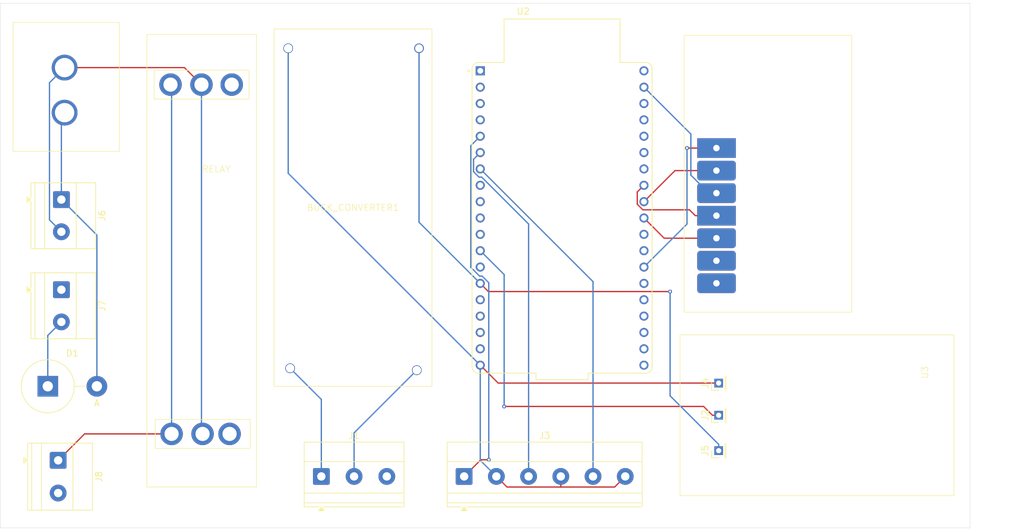
<source format=kicad_pcb>
(kicad_pcb (version 20241229) (generator "pcbnew") (generator_version "9.0")
  (layers (0 "F.Cu" signal) (2 "B.Cu" signal) (13 "F.Paste" user) (15 "B.Paste" user) (5 "F.SilkS" user "F.Silkscreen") (7 "B.SilkS" user "B.Silkscreen") (1 "F.Mask" user) (3 "B.Mask" user) (25 "Edge.Cuts" user))
  (net 0 "")
  (net 1 "Net-(BUCK_CONVERTER1-OUT+)")
  (net 2 "Net-(BUCK_CONVERTER1-OUT-)")
  (net 3 "Net-(J3-Pin_5)")
  (net 4 "Net-(J3-Pin_3)")
  (net 5 "Net-(J3-Pin_1)")
  (net 9 "Net-(U2-IO18)")
  (net 14 "Net-(U2-IO4)")
  (net 21 "Net-(U2-IO5)")
  (net 25 "Net-(U2-IO19)")
  (net 32 "Net-(U2-IO23)")
  (net 39 "+24V")
  (net 40 "GND")
  (net 41 "Net-(J2-Pin_1)")
  (net 42 "Net-(D1-A)")
  (net 43 "Net-(D1-K)")
  (net 44 "Net-(J6-Pin_2)")
  (net 46 "Net-(J8-Pin_1)")
  (net 47 "Net-(U1-IN)")
  (footprint "TerminalBlock_Phoenix:TerminalBlock_Phoenix_MKDS-1,5-6_1x06_P5.00mm_Horizontal" (layer "F.Cu") (at 121.5 113)
    (property "Reference" "J3" (at 12.5 -6.32 0) (layer "F.SilkS"))
    (property "Value" "Conn_01x06_Pin")
    (fp_line (start -2.62 -5.32) (end -2.62 4.72) (stroke (width 0.12)) (layer "F.SilkS"))
    (fp_line (start -2.62 -5.32) (end 27.62 -5.32) (stroke (width 0.12)) (layer "F.SilkS"))
    (fp_line (start -2.62 -2.3) (end 27.62 -2.3) (stroke (width 0.12)) (layer "F.SilkS"))
    (fp_line (start -2.62 2.6) (end 27.62 2.6) (stroke (width 0.12)) (layer "F.SilkS"))
    (fp_line (start -2.62 4.1) (end 27.62 4.1) (stroke (width 0.12)) (layer "F.SilkS"))
    (fp_line (start -2.62 4.72) (end -0.3 4.72) (stroke (width 0.12)) (layer "F.SilkS"))
    (fp_line (start 0.3 4.72) (end 27.62 4.72) (stroke (width 0.12)) (layer "F.SilkS"))
    (fp_line (start 27.62 -5.32) (end 27.62 4.72) (stroke (width 0.12)) (layer "F.SilkS"))
    (fp_poly (pts (xy 0 4.72) (xy 0.44 5.33) (xy -0.44 5.33)) (stroke (width 0.12)) (fill yes) (layer "F.SilkS"))
    (pad "1" thru_hole roundrect (at 0 0) (size 2.6 2.6) (drill 1.3) (layers "*.Cu" "*.Mask") (roundrect_rratio 0.096154) (net 5 "Net-(J3-Pin_1)"))
    (pad "2" thru_hole circle (at 5 0) (size 2.6 2.6) (drill 1.3) (layers "*.Cu" "*.Mask") (net 1 "Net-(BUCK_CONVERTER1-OUT+)"))
    (pad "3" thru_hole circle (at 10 0) (size 2.6 2.6) (drill 1.3) (layers "*.Cu" "*.Mask") (net 4 "Net-(J3-Pin_3)"))
    (pad "4" thru_hole circle (at 15 0) (size 2.6 2.6) (drill 1.3) (layers "*.Cu" "*.Mask") (net 1 "Net-(BUCK_CONVERTER1-OUT+)"))
    (pad "5" thru_hole circle (at 20 0) (size 2.6 2.6) (drill 1.3) (layers "*.Cu" "*.Mask") (net 3 "Net-(J3-Pin_5)"))
    (pad "6" thru_hole circle (at 25 0) (size 2.6 2.6) (drill 1.3) (layers "*.Cu" "*.Mask") (net 1 "Net-(BUCK_CONVERTER1-OUT+)"))
  )
  (footprint "Connector_PinHeader_2.00mm:PinHeader_1x01_P2.00mm_Vertical" (layer "F.Cu") (at 161 98.5 90)
    (property "Reference" "J4" (at 0 -2.11 90) (layer "F.SilkS"))
    (property "Value" "Conn_01x01_Pin" (hide yes))
    (fp_line (start -1.11 -1.11) (end 0 -1.11) (stroke (width 0.12)) (layer "F.SilkS"))
    (fp_line (start -1.11 0) (end -1.11 -1.11) (stroke (width 0.12)) (layer "F.SilkS"))
    (fp_line (start 1.11 1) (end 1.11 1.11) (stroke (width 0.12)) (layer "F.SilkS"))
    (fp_line (start -1.11 1) (end 1.11 1) (stroke (width 0.12)) (layer "F.SilkS"))
    (fp_line (start -1.11 1) (end -1.11 1.11) (stroke (width 0.12)) (layer "F.SilkS"))
    (fp_line (start -1.11 1.11) (end 1.11 1.11) (stroke (width 0.12)) (layer "F.SilkS"))
    (pad "1" thru_hole rect (at 0 0 90) (size 1.35 1.35) (drill 0.8) (layers "*.Cu" "*.Mask") (net 1 "Net-(BUCK_CONVERTER1-OUT+)"))
  )
  (footprint "TerminalBlock_Phoenix:TerminalBlock_Phoenix_MKDS-1,5-3-5.08_1x03_P5.08mm_Horizontal" (layer "F.Cu") (at 99.34 113)
    (property "Reference" "J1" (at 5.08 -6.32 0) (layer "F.SilkS"))
    (property "Value" "POWER INPUT")
    (fp_line (start -2.66 -5.32) (end -2.66 4.72) (stroke (width 0.12)) (layer "F.SilkS"))
    (fp_line (start -2.66 -5.32) (end 12.82 -5.32) (stroke (width 0.12)) (layer "F.SilkS"))
    (fp_line (start -2.66 -2.3) (end 12.82 -2.3) (stroke (width 0.12)) (layer "F.SilkS"))
    (fp_line (start -2.66 2.6) (end 12.82 2.6) (stroke (width 0.12)) (layer "F.SilkS"))
    (fp_line (start -2.66 4.1) (end 12.82 4.1) (stroke (width 0.12)) (layer "F.SilkS"))
    (fp_line (start -2.66 4.72) (end -0.3 4.72) (stroke (width 0.12)) (layer "F.SilkS"))
    (fp_line (start 0.3 4.72) (end 12.82 4.72) (stroke (width 0.12)) (layer "F.SilkS"))
    (fp_line (start 12.82 -5.32) (end 12.82 4.72) (stroke (width 0.12)) (layer "F.SilkS"))
    (fp_poly (pts (xy 0 4.72) (xy 0.44 5.33) (xy -0.44 5.33)) (stroke (width 0.12)) (fill yes) (layer "F.SilkS"))
    (pad "1" thru_hole roundrect (at 0 0) (size 2.6 2.6) (drill 1.3) (layers "*.Cu" "*.Mask") (roundrect_rratio 0.096154) (net 39 "+24V"))
    (pad "2" thru_hole circle (at 5.08 0) (size 2.6 2.6) (drill 1.3) (layers "*.Cu" "*.Mask") (net 40 "GND"))
    (pad "3" thru_hole circle (at 10.16 0) (size 2.6 2.6) (drill 1.3) (layers "*.Cu" "*.Mask"))
  )
  (footprint "USER PROJECTS:MODULE_ESP32-DEVKITC-32E" (layer "F.Cu") (at 136.7 72.835)
    (property "Reference" "U2" (at -6.0325 -32.0675 0) (layer "F.SilkS"))
    (property "Value" "ESP32-DEVKITC-32E")
    (fp_line (start -13.97 23.13) (end -13.97 -23.13) (stroke (width 0.127)) (layer "F.SilkS"))
    (fp_line (start -12.97 -24.13) (end -9 -24.13) (stroke (width 0.127)) (layer "F.SilkS"))
    (fp_line (start -12.97 24.13) (end -4.05 24.13) (stroke (width 0.127)) (layer "F.SilkS"))
    (fp_line (start -9 -30.87) (end 9 -30.87) (stroke (width 0.127)) (layer "F.SilkS"))
    (fp_line (start -9 -24.13) (end -9 -30.87) (stroke (width 0.127)) (layer "F.SilkS"))
    (fp_line (start -4.05 24.13) (end -4.05 25.13) (stroke (width 0.127)) (layer "F.SilkS"))
    (fp_line (start -4.05 25.13) (end 4.05 25.13) (stroke (width 0.127)) (layer "F.SilkS"))
    (fp_line (start 4.05 24.13) (end 12.97 24.13) (stroke (width 0.127)) (layer "F.SilkS"))
    (fp_line (start 4.05 25.13) (end 4.05 24.13) (stroke (width 0.127)) (layer "F.SilkS"))
    (fp_line (start 9 -30.87) (end 9 -24.13) (stroke (width 0.127)) (layer "F.SilkS"))
    (fp_line (start 9 -24.13) (end 12.97 -24.13) (stroke (width 0.127)) (layer "F.SilkS"))
    (fp_line (start 13.97 23.13) (end 13.97 -23.13) (stroke (width 0.127)) (layer "F.SilkS"))
    (fp_arc (start -13.97 -23.13) (mid -13.677107 -23.837107) (end -12.97 -24.13) (stroke (width 0.127)) (layer "F.SilkS"))
    (fp_arc (start -12.97 24.13) (mid -13.677107 23.837107) (end -13.97 23.13) (stroke (width 0.127)) (layer "F.SilkS"))
    (fp_arc (start 12.97 -24.13) (mid 13.677107 -23.837107) (end 13.97 -23.13) (stroke (width 0.127)) (layer "F.SilkS"))
    (fp_arc (start 13.97 23.13) (mid 13.677107 23.837107) (end 12.97 24.13) (stroke (width 0.127)) (layer "F.SilkS"))
    (fp_circle (center -14.5 -22.835) (end -14.4 -22.835) (stroke (width 0.2)) (fill no) (layer "F.SilkS"))
    (pad "J2_1" thru_hole rect (at -12.7 -22.835) (size 1.408 1.408) (drill 0.9) (layers "*.Cu" "*.Mask"))
    (pad "J2_2" thru_hole circle (at -12.7 -20.295) (size 1.408 1.408) (drill 0.9) (layers "*.Cu" "*.Mask"))
    (pad "J2_3" thru_hole circle (at -12.7 -17.755) (size 1.408 1.408) (drill 0.9) (layers "*.Cu" "*.Mask"))
    (pad "J2_4" thru_hole circle (at -12.7 -15.215) (size 1.408 1.408) (drill 0.9) (layers "*.Cu" "*.Mask"))
    (pad "J2_5" thru_hole circle (at -12.7 -12.675) (size 1.408 1.408) (drill 0.9) (layers "*.Cu" "*.Mask") (net 5 "Net-(J3-Pin_1)"))
    (pad "J2_6" thru_hole circle (at -12.7 -10.135) (size 1.408 1.408) (drill 0.9) (layers "*.Cu" "*.Mask") (net 4 "Net-(J3-Pin_3)"))
    (pad "J2_7" thru_hole circle (at -12.7 -7.595) (size 1.408 1.408) (drill 0.9) (layers "*.Cu" "*.Mask") (net 3 "Net-(J3-Pin_5)"))
    (pad "J2_8" thru_hole circle (at -12.7 -5.055) (size 1.408 1.408) (drill 0.9) (layers "*.Cu" "*.Mask"))
    (pad "J2_9" thru_hole circle (at -12.7 -2.515) (size 1.408 1.408) (drill 0.9) (layers "*.Cu" "*.Mask"))
    (pad "J2_10" thru_hole circle (at -12.7 0.025) (size 1.408 1.408) (drill 0.9) (layers "*.Cu" "*.Mask"))
    (pad "J2_11" thru_hole circle (at -12.7 2.565) (size 1.408 1.408) (drill 0.9) (layers "*.Cu" "*.Mask"))
    (pad "J2_12" thru_hole circle (at -12.7 5.105) (size 1.408 1.408) (drill 0.9) (layers "*.Cu" "*.Mask") (net 41 "Net-(J2-Pin_1)"))
    (pad "J2_13" thru_hole circle (at -12.7 7.645) (size 1.408 1.408) (drill 0.9) (layers "*.Cu" "*.Mask"))
    (pad "J2_14" thru_hole circle (at -12.7 10.185) (size 1.408 1.408) (drill 0.9) (layers "*.Cu" "*.Mask") (net 2 "Net-(BUCK_CONVERTER1-OUT-)"))
    (pad "J2_15" thru_hole circle (at -12.7 12.725) (size 1.408 1.408) (drill 0.9) (layers "*.Cu" "*.Mask") (net 47 "Net-(U1-IN)"))
    (pad "J2_16" thru_hole circle (at -12.7 15.265) (size 1.408 1.408) (drill 0.9) (layers "*.Cu" "*.Mask"))
    (pad "J2_17" thru_hole circle (at -12.7 17.805) (size 1.408 1.408) (drill 0.9) (layers "*.Cu" "*.Mask"))
    (pad "J2_18" thru_hole circle (at -12.7 20.345) (size 1.408 1.408) (drill 0.9) (layers "*.Cu" "*.Mask"))
    (pad "J2_19" thru_hole circle (at -12.7 22.885) (size 1.408 1.408) (drill 0.9) (layers "*.Cu" "*.Mask") (net 1 "Net-(BUCK_CONVERTER1-OUT+)"))
    (pad "J3_1" thru_hole circle (at 12.7 -22.835) (size 1.408 1.408) (drill 0.9) (layers "*.Cu" "*.Mask"))
    (pad "J3_2" thru_hole circle (at 12.7 -20.295) (size 1.408 1.408) (drill 0.9) (layers "*.Cu" "*.Mask") (net 32 "Net-(U2-IO23)"))
    (pad "J3_3" thru_hole circle (at 12.7 -17.755) (size 1.408 1.408) (drill 0.9) (layers "*.Cu" "*.Mask"))
    (pad "J3_4" thru_hole circle (at 12.7 -15.215) (size 1.408 1.408) (drill 0.9) (layers "*.Cu" "*.Mask"))
    (pad "J3_5" thru_hole circle (at 12.7 -12.675) (size 1.408 1.408) (drill 0.9) (layers "*.Cu" "*.Mask"))
    (pad "J3_6" thru_hole circle (at 12.7 -10.135) (size 1.408 1.408) (drill 0.9) (layers "*.Cu" "*.Mask"))
    (pad "J3_7" thru_hole circle (at 12.7 -7.595) (size 1.408 1.408) (drill 0.9) (layers "*.Cu" "*.Mask"))
    (pad "J3_8" thru_hole circle (at 12.7 -5.055) (size 1.408 1.408) (drill 0.9) (layers "*.Cu" "*.Mask") (net 25 "Net-(U2-IO19)"))
    (pad "J3_9" thru_hole circle (at 12.7 -2.515) (size 1.408 1.408) (drill 0.9) (layers "*.Cu" "*.Mask") (net 9 "Net-(U2-IO18)"))
    (pad "J3_10" thru_hole circle (at 12.7 0.025) (size 1.408 1.408) (drill 0.9) (layers "*.Cu" "*.Mask") (net 21 "Net-(U2-IO5)"))
    (pad "J3_11" thru_hole circle (at 12.7 2.565) (size 1.408 1.408) (drill 0.9) (layers "*.Cu" "*.Mask"))
    (pad "J3_12" thru_hole circle (at 12.7 5.105) (size 1.408 1.408) (drill 0.9) (layers "*.Cu" "*.Mask"))
    (pad "J3_13" thru_hole circle (at 12.7 7.645) (size 1.408 1.408) (drill 0.9) (layers "*.Cu" "*.Mask") (net 14 "Net-(U2-IO4)"))
    (pad "J3_14" thru_hole circle (at 12.7 10.185) (size 1.408 1.408) (drill 0.9) (layers "*.Cu" "*.Mask"))
    (pad "J3_15" thru_hole circle (at 12.7 12.725) (size 1.408 1.408) (drill 0.9) (layers "*.Cu" "*.Mask"))
    (pad "J3_16" thru_hole circle (at 12.7 15.265) (size 1.408 1.408) (drill 0.9) (layers "*.Cu" "*.Mask"))
    (pad "J3_17" thru_hole circle (at 12.7 17.805) (size 1.408 1.408) (drill 0.9) (layers "*.Cu" "*.Mask"))
    (pad "J3_18" thru_hole circle (at 12.7 20.345) (size 1.408 1.408) (drill 0.9) (layers "*.Cu" "*.Mask"))
    (pad "J3_19" thru_hole circle (at 12.7 22.885) (size 1.408 1.408) (drill 0.9) (layers "*.Cu" "*.Mask"))
  )
  (footprint "TerminalBlock_Phoenix:TerminalBlock_Phoenix_MKDS-1,5-2_1x02_P5.00mm_Horizontal" (layer "F.Cu") (at 59 70 -90)
    (property "Reference" "J6" (at 2.5 -6.32 90) (layer "F.SilkS"))
    (property "Value" "Conn_01x02_Pin")
    (fp_line (start -2.62 4.72) (end -0.3 4.72) (stroke (width 0.12)) (layer "F.SilkS"))
    (fp_line (start 0.3 4.72) (end 7.62 4.72) (stroke (width 0.12)) (layer "F.SilkS"))
    (fp_line (start -2.62 4.1) (end 7.62 4.1) (stroke (width 0.12)) (layer "F.SilkS"))
    (fp_line (start -2.62 2.6) (end 7.62 2.6) (stroke (width 0.12)) (layer "F.SilkS"))
    (fp_line (start -2.62 -2.3) (end 7.62 -2.3) (stroke (width 0.12)) (layer "F.SilkS"))
    (fp_line (start -2.62 -5.32) (end -2.62 4.72) (stroke (width 0.12)) (layer "F.SilkS"))
    (fp_line (start -2.62 -5.32) (end 7.62 -5.32) (stroke (width 0.12)) (layer "F.SilkS"))
    (fp_line (start 7.62 -5.32) (end 7.62 4.72) (stroke (width 0.12)) (layer "F.SilkS"))
    (fp_poly (pts (xy 0 4.72) (xy 0.44 5.33) (xy -0.44 5.33)) (stroke (width 0.12)) (fill yes) (layer "F.SilkS"))
    (pad "1" thru_hole roundrect (at 0 0 270) (size 2.6 2.6) (drill 1.3) (layers "*.Cu" "*.Mask") (roundrect_rratio 0.096154) (net 42 "Net-(D1-A)"))
    (pad "2" thru_hole circle (at 5 0 270) (size 2.6 2.6) (drill 1.3) (layers "*.Cu" "*.Mask") (net 44 "Net-(J6-Pin_2)"))
  )
  (footprint "Connector_PinHeader_2.00mm:PinHeader_1x01_P2.00mm_Vertical" (layer "F.Cu") (at 161 109 90)
    (property "Reference" "J5" (at 0 -2.11 90) (layer "F.SilkS"))
    (property "Value" "Conn_01x01_Pin" (hide yes))
    (fp_line (start -1.11 -1.11) (end 0 -1.11) (stroke (width 0.12)) (layer "F.SilkS"))
    (fp_line (start -1.11 0) (end -1.11 -1.11) (stroke (width 0.12)) (layer "F.SilkS"))
    (fp_line (start 1.11 1) (end 1.11 1.11) (stroke (width 0.12)) (layer "F.SilkS"))
    (fp_line (start -1.11 1) (end 1.11 1) (stroke (width 0.12)) (layer "F.SilkS"))
    (fp_line (start -1.11 1) (end -1.11 1.11) (stroke (width 0.12)) (layer "F.SilkS"))
    (fp_line (start -1.11 1.11) (end 1.11 1.11) (stroke (width 0.12)) (layer "F.SilkS"))
    (pad "1" thru_hole rect (at 0 0 90) (size 1.35 1.35) (drill 0.8) (layers "*.Cu" "*.Mask") (net 2 "Net-(BUCK_CONVERTER1-OUT-)"))
  )
  (footprint "TerminalBlock_Phoenix:TerminalBlock_Phoenix_MKDS-1,5-2-5.08_1x02_P5.08mm_Horizontal" (layer "F.Cu") (at 58.5 110.5 -90)
    (property "Reference" "J8" (at 2.54 -6.32 90) (layer "F.SilkS"))
    (property "Value" "+24V")
    (fp_line (start -2.66 4.72) (end -0.3 4.72) (stroke (width 0.12)) (layer "F.SilkS"))
    (fp_line (start 0.3 4.72) (end 7.74 4.72) (stroke (width 0.12)) (layer "F.SilkS"))
    (fp_line (start -2.66 4.1) (end 7.74 4.1) (stroke (width 0.12)) (layer "F.SilkS"))
    (fp_line (start -2.66 2.6) (end 7.74 2.6) (stroke (width 0.12)) (layer "F.SilkS"))
    (fp_line (start -2.66 -2.3) (end 7.74 -2.3) (stroke (width 0.12)) (layer "F.SilkS"))
    (fp_line (start -2.66 -5.32) (end -2.66 4.72) (stroke (width 0.12)) (layer "F.SilkS"))
    (fp_line (start -2.66 -5.32) (end 7.74 -5.32) (stroke (width 0.12)) (layer "F.SilkS"))
    (fp_line (start 7.74 -5.32) (end 7.74 4.72) (stroke (width 0.12)) (layer "F.SilkS"))
    (fp_poly (pts (xy 0 4.72) (xy 0.44 5.33) (xy -0.44 5.33)) (stroke (width 0.12)) (fill yes) (layer "F.SilkS"))
    (pad "1" thru_hole roundrect (at 0 0 270) (size 2.6 2.6) (drill 1.3) (layers "*.Cu" "*.Mask") (roundrect_rratio 0.096154) (net 46 "Net-(J8-Pin_1)"))
    (pad "2" thru_hole circle (at 5.08 0 270) (size 2.6 2.6) (drill 1.3) (layers "*.Cu" "*.Mask"))
  )
  (footprint "Connector_PinHeader_2.00mm:PinHeader_1x01_P2.00mm_Vertical" (layer "F.Cu") (at 161 103.5 90)
    (property "Reference" "J2" (at 0 -2.11 90) (layer "F.SilkS"))
    (property "Value" "Conn_01x01_Pin" (hide yes))
    (fp_line (start -1.11 -1.11) (end 0 -1.11) (stroke (width 0.12)) (layer "F.SilkS"))
    (fp_line (start -1.11 0) (end -1.11 -1.11) (stroke (width 0.12)) (layer "F.SilkS"))
    (fp_line (start 1.11 1) (end 1.11 1.11) (stroke (width 0.12)) (layer "F.SilkS"))
    (fp_line (start -1.11 1) (end 1.11 1) (stroke (width 0.12)) (layer "F.SilkS"))
    (fp_line (start -1.11 1) (end -1.11 1.11) (stroke (width 0.12)) (layer "F.SilkS"))
    (fp_line (start -1.11 1.11) (end 1.11 1.11) (stroke (width 0.12)) (layer "F.SilkS"))
    (pad "1" thru_hole rect (at 0 0 90) (size 1.35 1.35) (drill 0.8) (layers "*.Cu" "*.Mask") (net 41 "Net-(J2-Pin_1)"))
  )
  (footprint "USER PROJECTS:RELAY" (layer "F.Cu") (at 58.934 69.143)
    (property "Reference" "U1" (hide yes))
    (property "Value" "~" (hide yes))
    (fp_rect (start 13.332 -24.786) (end 30.332 45.5) (stroke (width 0.1)) (fill no) (layer "F.SilkS"))
    (fp_rect (start 29.202 -14.755) (end 14.462 -19.245) (stroke (width 0.1)) (fill no) (layer "F.SilkS"))
    (fp_rect (start 29.37 39.5) (end 14.63 35.01) (stroke (width 0.1)) (fill no) (layer "F.SilkS"))
    (fp_text user "RELAY" (at 21.832 -3.286 0) (layer "F.SilkS") (effects (font (thickness 0.1)) (justify left bottom)))
    (pad "1" thru_hole circle (at 17 -17 270) (size 3.48741 3.48741) (drill 2.2) (layers "*.Cu" "*.Mask") (net 46 "Net-(J8-Pin_1)"))
    (pad "1" thru_hole circle (at 17.168 37.255 270) (size 3.48741 3.48741) (drill 2.2) (layers "*.Cu" "*.Mask") (net 46 "Net-(J8-Pin_1)"))
    (pad "2" thru_hole circle (at 21.8064 -17 270) (size 3.48741 3.48741) (drill 2.2) (layers "*.Cu" "*.Mask") (net 44 "Net-(J6-Pin_2)"))
    (pad "2" thru_hole circle (at 21.9744 37.255 270) (size 3.48741 3.48741) (drill 2.2) (layers "*.Cu" "*.Mask") (net 44 "Net-(J6-Pin_2)"))
    (pad "3" thru_hole circle (at 26.168 37.255 270) (size 3.48741 3.48741) (drill 2.2) (layers "*.Cu" "*.Mask"))
    (pad "3" thru_hole circle (at 26.5 -17 270) (size 3.48741 3.48741) (drill 2.2) (layers "*.Cu" "*.Mask"))
  )
  (footprint "USER PROJECTS:FUSEHOLDER" (layer "F.Cu") (at 65.5 45 90)
    (property "Reference" "F1" (hide yes))
    (property "Value" "Fuse" (hide yes))
    (fp_rect (start -17.5 -14) (end 2.5 2.5) (stroke (width 0.1)) (fill no) (layer "F.SilkS"))
    (pad "1" thru_hole circle (at -4.5 -6 90) (size 4 4) (drill 3) (layers "*.Cu" "*.Mask") (net 44 "Net-(J6-Pin_2)"))
    (pad "2" thru_hole circle (at -11.5 -6 90) (size 4 4) (drill 3) (layers "*.Cu" "*.Mask") (net 42 "Net-(D1-A)"))
  )
  (footprint "TerminalBlock_Phoenix:TerminalBlock_Phoenix_MKDS-1,5-2_1x02_P5.00mm_Horizontal" (layer "F.Cu") (at 59 84 -90)
    (property "Reference" "J7" (at 2.5 -6.32 90) (layer "F.SilkS"))
    (property "Value" "MOTOR DRIVER +V")
    (fp_line (start -2.62 4.72) (end -0.3 4.72) (stroke (width 0.12)) (layer "F.SilkS"))
    (fp_line (start 0.3 4.72) (end 7.62 4.72) (stroke (width 0.12)) (layer "F.SilkS"))
    (fp_line (start -2.62 4.1) (end 7.62 4.1) (stroke (width 0.12)) (layer "F.SilkS"))
    (fp_line (start -2.62 2.6) (end 7.62 2.6) (stroke (width 0.12)) (layer "F.SilkS"))
    (fp_line (start -2.62 -2.3) (end 7.62 -2.3) (stroke (width 0.12)) (layer "F.SilkS"))
    (fp_line (start -2.62 -5.32) (end -2.62 4.72) (stroke (width 0.12)) (layer "F.SilkS"))
    (fp_line (start -2.62 -5.32) (end 7.62 -5.32) (stroke (width 0.12)) (layer "F.SilkS"))
    (fp_line (start 7.62 -5.32) (end 7.62 4.72) (stroke (width 0.12)) (layer "F.SilkS"))
    (fp_poly (pts (xy 0 4.72) (xy 0.44 5.33) (xy -0.44 5.33)) (stroke (width 0.12)) (fill yes) (layer "F.SilkS"))
    (pad "1" thru_hole roundrect (at 0 0 270) (size 2.6 2.6) (drill 1.3) (layers "*.Cu" "*.Mask") (roundrect_rratio 0.096154))
    (pad "2" thru_hole circle (at 5 0 270) (size 2.6 2.6) (drill 1.3) (layers "*.Cu" "*.Mask") (net 43 "Net-(D1-K)"))
  )
  (footprint "Diode_THT:D_5KPW_P7.62mm_Vertical_AnodeUp" (layer "F.Cu") (at 56.89 99)
    (property "Reference" "D1" (at 3.81 -5.12 0) (layer "F.SilkS"))
    (property "Value" "STPS30L60CW")
    (fp_line (start 4.12 0) (end 5.72 0) (stroke (width 0.12)) (layer "F.SilkS"))
    (fp_circle (center 0 0) (end 4.12 0) (stroke (width 0.12)) (fill no) (layer "F.SilkS"))
    (fp_text user "A" (at 7.62 2.6 0) (layer "F.SilkS"))
    (pad "1" thru_hole rect (at 0 0) (size 3.2 3.2) (drill 1.6) (layers "*.Cu" "*.Mask") (net 43 "Net-(D1-K)"))
    (pad "2" thru_hole oval (at 7.62 0) (size 3.2 3.2) (drill 1.6) (layers "*.Cu" "*.Mask") (net 42 "Net-(D1-A)"))
  )
  (footprint "SBWFL:mcp esp32" (layer "F.Cu") (at 208.15 85)
    (property "Reference" "U3" (at -15.15 11.85 90) (layer "F.SilkS") (effects (font (thickness 0.1))))
    (property "Value" "~")
    (fp_rect (start -52.5 -40.5) (end -26.5 2.5) (stroke (width 0.1)) (fill no) (layer "F.SilkS"))
    (pad "1" thru_hole roundrect (at -47.5 -16 180) (size 5.97625 3.0508) (drill 1 (offset -0.011875 0)) (layers "*.Cu" "*.Mask") (roundrect_rratio 0.15) (net 32 "Net-(U2-IO23)"))
    (pad "2" thru_hole roundrect (at -47.5 -5.5 180) (size 5.97625 3.0508) (drill 1 (offset -0.011875 0)) (layers "*.Cu" "*.Mask") (roundrect_rratio 0.15))
    (pad "3" thru_hole roundrect (at -47.5 -2 180) (size 5.97625 3.0508) (drill 1 (offset -0.011875 0)) (layers "*.Cu" "*.Mask") (roundrect_rratio 0.15))
    (pad "4" thru_hole rect (at -47.5 -12.5 180) (size 5.97625 3.0508) (drill 1 (offset -0.011875 0)) (layers "*.Cu" "*.Mask") (net 25 "Net-(U2-IO19)"))
    (pad "5" thru_hole roundrect (at -47.5 -9 180) (size 5.97625 3.0508) (drill 1 (offset -0.011875 0)) (layers "*.Cu" "*.Mask") (roundrect_rratio 0.15) (net 21 "Net-(U2-IO5)"))
    (pad "6" thru_hole roundrect (at -47.5 -19.5 180) (size 5.97625 3.0508) (drill 1 (offset -0.011875 0)) (layers "*.Cu" "*.Mask") (roundrect_rratio 0.15) (net 9 "Net-(U2-IO18)"))
    (pad "9" thru_hole rect (at -47.5 -23 180) (size 5.97625 3.0508) (drill 1 (offset -0.011875 0)) (layers "*.Cu" "*.Mask") (net 14 "Net-(U2-IO4)"))
  )
  (footprint "SBWFL:Untitled" (layer "F.Cu") (at 141 68.5)
    (property "Reference" "BUCK_CONVERTER1" (at -36.75 2.75 0) (layer "F.SilkS") (effects (font (thickness 0.1))))
    (property "Value" "~" (hide yes))
    (fp_rect (start -49 -25) (end -24.5 30.5) (stroke (width 0.1)) (fill no) (layer "F.SilkS"))
    (pad "1" thru_hole circle (at -46.8 -22) (size 1.5 1.5) (drill 1.3) (layers "*.Cu" "*.Mask") (net 1 "Net-(BUCK_CONVERTER1-OUT+)"))
    (pad "2" thru_hole circle (at -26.5 -22) (size 1.5 1.5) (drill 1.2) (layers "*.Cu" "*.Mask") (net 2 "Net-(BUCK_CONVERTER1-OUT-)"))
    (pad "3" thru_hole circle (at -46.5 27.7) (size 1.5 1.5) (drill 1.3) (layers "*.Cu" "*.Mask") (net 39 "+24V"))
    (pad "4" thru_hole circle (at -26.85 28) (size 1.5 1.5) (drill 1.3) (layers "*.Cu" "*.Mask") (net 40 "GND"))
  )
  (gr_rect (start 155 91) (end 197.5 116) (stroke (width 0.1)) (fill no) (layer "F.SilkS"))
  (gr_rect (start 49.5 39.5) (end 200 121) (stroke (width 0.05)) (fill no) (layer "Edge.Cuts"))
  (segment (start 136.5 114.6455) (end 128.1455 114.6455) (width 0.2) (layer "F.Cu") (net 1))
  (segment (start 136.5 114.6455) (end 136.5 113) (width 0.2) (layer "F.Cu") (net 1))
  (segment (start 144.8545 114.6455) (end 136.5 114.6455) (width 0.2) (layer "F.Cu") (net 1))
  (segment (start 161 98.5) (end 126.78 98.5) (width 0.2) (layer "F.Cu") (net 1))
  (segment (start 128.1455 114.6455) (end 126.5 113) (width 0.2) (layer "F.Cu") (net 1))
  (segment (start 126.78 98.5) (end 124 95.72) (width 0.2) (layer "F.Cu") (net 1))
  (segment (start 146.5 113) (end 144.8545 114.6455) (width 0.2) (layer "F.Cu") (net 1))
  (segment (start 124 95.72) (end 124 110.5) (width 0.2) (layer "B.Cu") (net 1))
  (segment (start 94.2 46.5) (end 94.2 65.92) (width 0.2) (layer "B.Cu") (net 1))
  (segment (start 124 110.5) (end 126.5 113) (width 0.2) (layer "B.Cu") (net 1))
  (segment (start 94.2 65.92) (end 124 95.72) (width 0.2) (layer "B.Cu") (net 1))
  (segment (start 125.27 84.29) (end 124 83.02) (width 0.2) (layer "F.Cu") (net 2))
  (segment (start 153.4574 84.29) (end 125.27 84.29) (width 0.2) (layer "F.Cu") (net 2))
  (via (at 153.4574 84.29) (size 0.6) (drill 0.3) (layers "F.Cu" "B.Cu") (net 2))
  (segment (start 114.5 73.52) (end 124 83.02) (width 0.2) (layer "B.Cu") (net 2))
  (segment (start 114.5 46.5) (end 114.5 73.52) (width 0.2) (layer "B.Cu") (net 2))
  (segment (start 161 109) (end 161 108.0233) (width 0.2) (layer "B.Cu") (net 2))
  (segment (start 161 108.0233) (end 153.4574 100.4807) (width 0.2) (layer "B.Cu") (net 2))
  (segment (start 153.4574 100.4807) (end 153.4574 84.29) (width 0.2) (layer "B.Cu") (net 2))
  (segment (start 141.5 82.74) (end 124 65.24) (width 0.2) (layer "B.Cu") (net 3))
  (segment (start 141.5 113) (end 141.5 82.74) (width 0.2) (layer "B.Cu") (net 3))
  (segment (start 122.9616 65.6665) (end 123.8051 66.51) (width 0.2) (layer "B.Cu") (net 4))
  (segment (start 124.2162 66.51) (end 131.5 73.7938) (width 0.2) (layer "B.Cu") (net 4))
  (segment (start 122.9616 63.7384) (end 122.9616 65.6665) (width 0.2) (layer "B.Cu") (net 4))
  (segment (start 124 62.7) (end 122.9616 63.7384) (width 0.2) (layer "B.Cu") (net 4))
  (segment (start 131.5 73.7938) (end 131.5 113) (width 0.2) (layer "B.Cu") (net 4))
  (segment (start 123.8051 66.51) (end 124.2162 66.51) (width 0.2) (layer "B.Cu") (net 4))
  (segment (start 124.091 110.409) (end 125.3202 110.409) (width 0.2) (layer "F.Cu") (net 5))
  (segment (start 121.5 113) (end 124.091 110.409) (width 0.2) (layer "F.Cu") (net 5))
  (via (at 125.3202 110.409) (size 0.6) (drill 0.3) (layers "F.Cu" "B.Cu") (net 5))
  (segment (start 125.3202 110.409) (end 125.3202 82.9178) (width 0.2) (layer "B.Cu") (net 5))
  (segment (start 125.3202 82.9178) (end 124.294 81.8916) (width 0.2) (layer "B.Cu") (net 5))
  (segment (start 124.294 81.8916) (end 123.9041 81.8916) (width 0.2) (layer "B.Cu") (net 5))
  (segment (start 123.9041 81.8916) (end 122.5306 80.5181) (width 0.2) (layer "B.Cu") (net 5))
  (segment (start 122.5306 80.5181) (end 122.5306 61.6294) (width 0.2) (layer "B.Cu") (net 5))
  (segment (start 122.5306 61.6294) (end 124 60.16) (width 0.2) (layer "B.Cu") (net 5))
  (segment (start 154.22 65.5) (end 160.65 65.5) (width 0.2) (layer "F.Cu") (net 9))
  (segment (start 149.4 70.32) (end 154.22 65.5) (width 0.2) (layer "F.Cu") (net 9))
  (segment (start 160.65 62) (end 156.082 62) (width 0.2) (layer "F.Cu") (net 14))
  (via (at 156.082 62) (size 0.6) (drill 0.3) (layers "F.Cu" "B.Cu") (net 14))
  (segment (start 149.4 80.48) (end 156.082 73.798) (width 0.2) (layer "B.Cu") (net 14))
  (segment (start 156.082 73.798) (end 156.082 62) (width 0.2) (layer "B.Cu") (net 14))
  (segment (start 152.54 76) (end 160.65 76) (width 0.2) (layer "F.Cu") (net 21))
  (segment (start 149.4 72.86) (end 152.54 76) (width 0.2) (layer "F.Cu") (net 21))
  (segment (start 148.3657 70.7263) (end 149.2294 71.59) (width 0.2) (layer "F.Cu") (net 25))
  (segment (start 149.2294 71.59) (end 156.462 71.59) (width 0.2) (layer "F.Cu") (net 25))
  (segment (start 160.65 72.5) (end 157.372 72.5) (width 0.2) (layer "F.Cu") (net 25))
  (segment (start 156.462 71.59) (end 157.372 72.5) (width 0.2) (layer "F.Cu") (net 25))
  (segment (start 149.4 67.78) (end 148.3657 68.8143) (width 0.2) (layer "F.Cu") (net 25))
  (segment (start 148.3657 68.8143) (end 148.3657 70.7263) (width 0.2) (layer "F.Cu") (net 25))
  (segment (start 156.6837 66.2025) (end 156.6837 59.8237) (width 0.2) (layer "B.Cu") (net 32))
  (segment (start 156.6837 59.8237) (end 149.4 52.54) (width 0.2) (layer "B.Cu") (net 32))
  (segment (start 160.65 69) (end 159.4812 69) (width 0.2) (layer "B.Cu") (net 32))
  (segment (start 159.4812 69) (end 156.6837 66.2025) (width 0.2) (layer "B.Cu") (net 32))
  (segment (start 94.5 96.2) (end 99.34 101.04) (width 0.2) (layer "B.Cu") (net 39))
  (segment (start 99.34 101.04) (end 99.34 113) (width 0.2) (layer "B.Cu") (net 39))
  (segment (start 104.42 106.23) (end 104.42 113) (width 0.2) (layer "B.Cu") (net 40))
  (segment (start 114.15 96.5) (end 104.42 106.23) (width 0.2) (layer "B.Cu") (net 40))
  (segment (start 158.6569 102.1336) (end 160.0233 103.5) (width 0.2) (layer "F.Cu") (net 41))
  (segment (start 127.7075 102.1336) (end 158.6569 102.1336) (width 0.2) (layer "F.Cu") (net 41))
  (segment (start 161 103.5) (end 160.0233 103.5) (width 0.2) (layer "F.Cu") (net 41))
  (via (at 127.7075 102.1336) (size 0.6) (drill 0.3) (layers "F.Cu" "B.Cu") (net 41))
  (segment (start 127.7075 81.6475) (end 127.7075 102.1336) (width 0.2) (layer "B.Cu") (net 41))
  (segment (start 124 77.94) (end 127.7075 81.6475) (width 0.2) (layer "B.Cu") (net 41))
  (segment (start 64.51 75.51) (end 59 70) (width 0.2) (layer "B.Cu") (net 42))
  (segment (start 59 57) (end 59 70) (width 0.2) (layer "B.Cu") (net 42))
  (segment (start 64.51 99) (end 64.51 75.51) (width 0.2) (layer "B.Cu") (net 42))
  (segment (start 59.5 56.5) (end 59 57) (width 0.2) (layer "B.Cu") (net 42))
  (segment (start 56.89 99) (end 56.89 91.11) (width 0.2) (layer "B.Cu") (net 43))
  (segment (start 56.89 91.11) (end 59 89) (width 0.2) (layer "B.Cu") (net 43))
  (segment (start 78.0974 49.5) (end 80.7404 52.143) (width 0.2) (layer "F.Cu") (net 44))
  (segment (start 59.5 49.5) (end 78.0974 49.5) (width 0.2) (layer "F.Cu") (net 44))
  (segment (start 57.1535 73.1535) (end 59 75) (width 0.2) (layer "B.Cu") (net 44))
  (segment (start 80.7404 106.23) (end 80.7404 52.143) (width 0.2) (layer "B.Cu") (net 44))
  (segment (start 57.1535 51.8465) (end 57.1535 73.1535) (width 0.2) (layer "B.Cu") (net 44))
  (segment (start 59.5 49.5) (end 57.1535 51.8465) (width 0.2) (layer "B.Cu") (net 44))
  (segment (start 80.9084 106.398) (end 80.7404 106.23) (width 0.2) (layer "B.Cu") (net 44))
  (segment (start 62.602 106.398) (end 58.5 110.5) (width 0.2) (layer "F.Cu") (net 46))
  (segment (start 76.102 106.398) (end 62.602 106.398) (width 0.2) (layer "F.Cu") (net 46))
  (segment (start 76.102 52.311) (end 76.102 106.398) (width 0.2) (layer "B.Cu") (net 46))
  (segment (start 75.934 52.143) (end 76.102 52.311) (width 0.2) (layer "B.Cu") (net 46))
)
</source>
